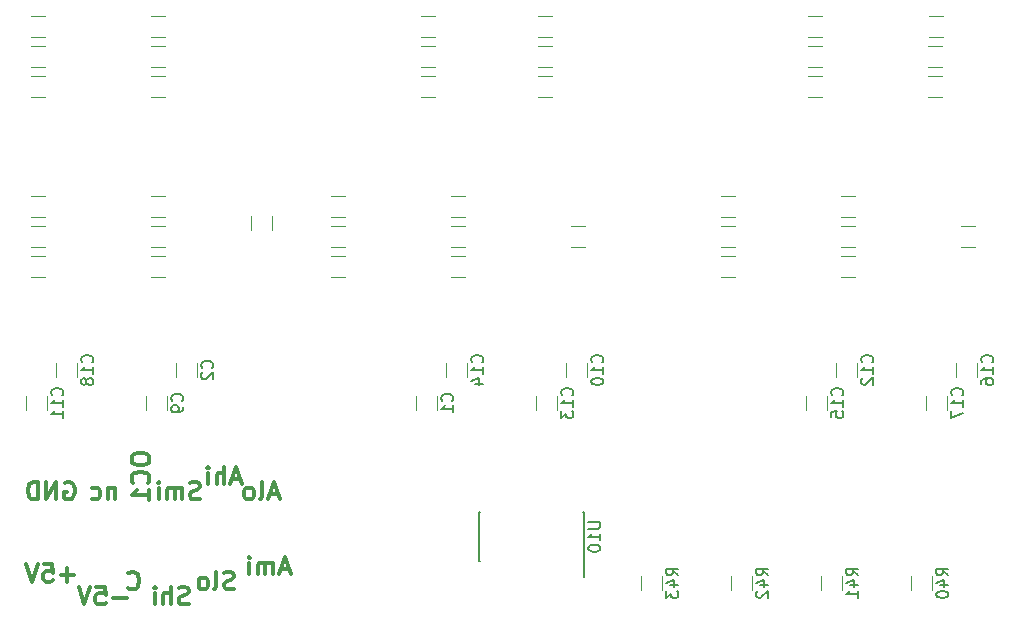
<source format=gbr>
G04 #@! TF.GenerationSoftware,KiCad,Pcbnew,5.0.2+dfsg1-1*
G04 #@! TF.CreationDate,2020-04-17T14:26:07+02:00*
G04 #@! TF.ProjectId,inc-dec,696e632d-6465-4632-9e6b-696361645f70,rev?*
G04 #@! TF.SameCoordinates,Original*
G04 #@! TF.FileFunction,Legend,Bot*
G04 #@! TF.FilePolarity,Positive*
%FSLAX46Y46*%
G04 Gerber Fmt 4.6, Leading zero omitted, Abs format (unit mm)*
G04 Created by KiCad (PCBNEW 5.0.2+dfsg1-1) date Fri 17 Apr 2020 02:26:07 PM CEST*
%MOMM*%
%LPD*%
G01*
G04 APERTURE LIST*
%ADD10C,0.300000*%
%ADD11C,0.120000*%
%ADD12C,0.150000*%
G04 APERTURE END LIST*
D10*
X31920714Y-67845714D02*
X31992142Y-67917142D01*
X32206428Y-67988571D01*
X32349285Y-67988571D01*
X32563571Y-67917142D01*
X32706428Y-67774285D01*
X32777857Y-67631428D01*
X32849285Y-67345714D01*
X32849285Y-67131428D01*
X32777857Y-66845714D01*
X32706428Y-66702857D01*
X32563571Y-66560000D01*
X32349285Y-66488571D01*
X32206428Y-66488571D01*
X31992142Y-66560000D01*
X31920714Y-66631428D01*
X32198571Y-56812857D02*
X32198571Y-57098571D01*
X32270000Y-57241428D01*
X32412857Y-57384285D01*
X32698571Y-57455714D01*
X33198571Y-57455714D01*
X33484285Y-57384285D01*
X33627142Y-57241428D01*
X33698571Y-57098571D01*
X33698571Y-56812857D01*
X33627142Y-56670000D01*
X33484285Y-56527142D01*
X33198571Y-56455714D01*
X32698571Y-56455714D01*
X32412857Y-56527142D01*
X32270000Y-56670000D01*
X32198571Y-56812857D01*
X33555714Y-58955714D02*
X33627142Y-58884285D01*
X33698571Y-58670000D01*
X33698571Y-58527142D01*
X33627142Y-58312857D01*
X33484285Y-58170000D01*
X33341428Y-58098571D01*
X33055714Y-58027142D01*
X32841428Y-58027142D01*
X32555714Y-58098571D01*
X32412857Y-58170000D01*
X32270000Y-58312857D01*
X32198571Y-58527142D01*
X32198571Y-58670000D01*
X32270000Y-58884285D01*
X32341428Y-58955714D01*
X33698571Y-60384285D02*
X33698571Y-59527142D01*
X33698571Y-59955714D02*
X32198571Y-59955714D01*
X32412857Y-59812857D01*
X32555714Y-59670000D01*
X32627142Y-59527142D01*
X30809285Y-59368571D02*
X30809285Y-60368571D01*
X30809285Y-59511428D02*
X30737857Y-59440000D01*
X30595000Y-59368571D01*
X30380714Y-59368571D01*
X30237857Y-59440000D01*
X30166428Y-59582857D01*
X30166428Y-60368571D01*
X28809285Y-60297142D02*
X28952142Y-60368571D01*
X29237857Y-60368571D01*
X29380714Y-60297142D01*
X29452142Y-60225714D01*
X29523571Y-60082857D01*
X29523571Y-59654285D01*
X29452142Y-59511428D01*
X29380714Y-59440000D01*
X29237857Y-59368571D01*
X28952142Y-59368571D01*
X28809285Y-59440000D01*
X37980714Y-60297142D02*
X37766428Y-60368571D01*
X37409285Y-60368571D01*
X37266428Y-60297142D01*
X37195000Y-60225714D01*
X37123571Y-60082857D01*
X37123571Y-59940000D01*
X37195000Y-59797142D01*
X37266428Y-59725714D01*
X37409285Y-59654285D01*
X37695000Y-59582857D01*
X37837857Y-59511428D01*
X37909285Y-59440000D01*
X37980714Y-59297142D01*
X37980714Y-59154285D01*
X37909285Y-59011428D01*
X37837857Y-58940000D01*
X37695000Y-58868571D01*
X37337857Y-58868571D01*
X37123571Y-58940000D01*
X36480714Y-60368571D02*
X36480714Y-59368571D01*
X36480714Y-59511428D02*
X36409285Y-59440000D01*
X36266428Y-59368571D01*
X36052142Y-59368571D01*
X35909285Y-59440000D01*
X35837857Y-59582857D01*
X35837857Y-60368571D01*
X35837857Y-59582857D02*
X35766428Y-59440000D01*
X35623571Y-59368571D01*
X35409285Y-59368571D01*
X35266428Y-59440000D01*
X35195000Y-59582857D01*
X35195000Y-60368571D01*
X34480714Y-60368571D02*
X34480714Y-59368571D01*
X34480714Y-58868571D02*
X34552142Y-58940000D01*
X34480714Y-59011428D01*
X34409285Y-58940000D01*
X34480714Y-58868571D01*
X34480714Y-59011428D01*
X37024285Y-69187142D02*
X36810000Y-69258571D01*
X36452857Y-69258571D01*
X36310000Y-69187142D01*
X36238571Y-69115714D01*
X36167142Y-68972857D01*
X36167142Y-68830000D01*
X36238571Y-68687142D01*
X36310000Y-68615714D01*
X36452857Y-68544285D01*
X36738571Y-68472857D01*
X36881428Y-68401428D01*
X36952857Y-68330000D01*
X37024285Y-68187142D01*
X37024285Y-68044285D01*
X36952857Y-67901428D01*
X36881428Y-67830000D01*
X36738571Y-67758571D01*
X36381428Y-67758571D01*
X36167142Y-67830000D01*
X35524285Y-69258571D02*
X35524285Y-67758571D01*
X34881428Y-69258571D02*
X34881428Y-68472857D01*
X34952857Y-68330000D01*
X35095714Y-68258571D01*
X35310000Y-68258571D01*
X35452857Y-68330000D01*
X35524285Y-68401428D01*
X34167142Y-69258571D02*
X34167142Y-68258571D01*
X34167142Y-67758571D02*
X34238571Y-67830000D01*
X34167142Y-67901428D01*
X34095714Y-67830000D01*
X34167142Y-67758571D01*
X34167142Y-67901428D01*
X40870000Y-67917142D02*
X40655714Y-67988571D01*
X40298571Y-67988571D01*
X40155714Y-67917142D01*
X40084285Y-67845714D01*
X40012857Y-67702857D01*
X40012857Y-67560000D01*
X40084285Y-67417142D01*
X40155714Y-67345714D01*
X40298571Y-67274285D01*
X40584285Y-67202857D01*
X40727142Y-67131428D01*
X40798571Y-67060000D01*
X40870000Y-66917142D01*
X40870000Y-66774285D01*
X40798571Y-66631428D01*
X40727142Y-66560000D01*
X40584285Y-66488571D01*
X40227142Y-66488571D01*
X40012857Y-66560000D01*
X39155714Y-67988571D02*
X39298571Y-67917142D01*
X39370000Y-67774285D01*
X39370000Y-66488571D01*
X38370000Y-67988571D02*
X38512857Y-67917142D01*
X38584285Y-67845714D01*
X38655714Y-67702857D01*
X38655714Y-67274285D01*
X38584285Y-67131428D01*
X38512857Y-67060000D01*
X38370000Y-66988571D01*
X38155714Y-66988571D01*
X38012857Y-67060000D01*
X37941428Y-67131428D01*
X37870000Y-67274285D01*
X37870000Y-67702857D01*
X37941428Y-67845714D01*
X38012857Y-67917142D01*
X38155714Y-67988571D01*
X38370000Y-67988571D01*
X45529285Y-66290000D02*
X44815000Y-66290000D01*
X45672142Y-66718571D02*
X45172142Y-65218571D01*
X44672142Y-66718571D01*
X44172142Y-66718571D02*
X44172142Y-65718571D01*
X44172142Y-65861428D02*
X44100714Y-65790000D01*
X43957857Y-65718571D01*
X43743571Y-65718571D01*
X43600714Y-65790000D01*
X43529285Y-65932857D01*
X43529285Y-66718571D01*
X43529285Y-65932857D02*
X43457857Y-65790000D01*
X43315000Y-65718571D01*
X43100714Y-65718571D01*
X42957857Y-65790000D01*
X42886428Y-65932857D01*
X42886428Y-66718571D01*
X42172142Y-66718571D02*
X42172142Y-65718571D01*
X42172142Y-65218571D02*
X42243571Y-65290000D01*
X42172142Y-65361428D01*
X42100714Y-65290000D01*
X42172142Y-65218571D01*
X42172142Y-65361428D01*
X41397857Y-58670000D02*
X40683571Y-58670000D01*
X41540714Y-59098571D02*
X41040714Y-57598571D01*
X40540714Y-59098571D01*
X40040714Y-59098571D02*
X40040714Y-57598571D01*
X39397857Y-59098571D02*
X39397857Y-58312857D01*
X39469285Y-58170000D01*
X39612142Y-58098571D01*
X39826428Y-58098571D01*
X39969285Y-58170000D01*
X40040714Y-58241428D01*
X38683571Y-59098571D02*
X38683571Y-58098571D01*
X38683571Y-57598571D02*
X38755000Y-57670000D01*
X38683571Y-57741428D01*
X38612142Y-57670000D01*
X38683571Y-57598571D01*
X38683571Y-57741428D01*
X44608571Y-59940000D02*
X43894285Y-59940000D01*
X44751428Y-60368571D02*
X44251428Y-58868571D01*
X43751428Y-60368571D01*
X43037142Y-60368571D02*
X43180000Y-60297142D01*
X43251428Y-60154285D01*
X43251428Y-58868571D01*
X42251428Y-60368571D02*
X42394285Y-60297142D01*
X42465714Y-60225714D01*
X42537142Y-60082857D01*
X42537142Y-59654285D01*
X42465714Y-59511428D01*
X42394285Y-59440000D01*
X42251428Y-59368571D01*
X42037142Y-59368571D01*
X41894285Y-59440000D01*
X41822857Y-59511428D01*
X41751428Y-59654285D01*
X41751428Y-60082857D01*
X41822857Y-60225714D01*
X41894285Y-60297142D01*
X42037142Y-60368571D01*
X42251428Y-60368571D01*
X31773571Y-68687142D02*
X30630714Y-68687142D01*
X29202142Y-67758571D02*
X29916428Y-67758571D01*
X29987857Y-68472857D01*
X29916428Y-68401428D01*
X29773571Y-68330000D01*
X29416428Y-68330000D01*
X29273571Y-68401428D01*
X29202142Y-68472857D01*
X29130714Y-68615714D01*
X29130714Y-68972857D01*
X29202142Y-69115714D01*
X29273571Y-69187142D01*
X29416428Y-69258571D01*
X29773571Y-69258571D01*
X29916428Y-69187142D01*
X29987857Y-69115714D01*
X28702142Y-67758571D02*
X28202142Y-69258571D01*
X27702142Y-67758571D01*
X27328571Y-66782142D02*
X26185714Y-66782142D01*
X26757142Y-67353571D02*
X26757142Y-66210714D01*
X24757142Y-65853571D02*
X25471428Y-65853571D01*
X25542857Y-66567857D01*
X25471428Y-66496428D01*
X25328571Y-66425000D01*
X24971428Y-66425000D01*
X24828571Y-66496428D01*
X24757142Y-66567857D01*
X24685714Y-66710714D01*
X24685714Y-67067857D01*
X24757142Y-67210714D01*
X24828571Y-67282142D01*
X24971428Y-67353571D01*
X25328571Y-67353571D01*
X25471428Y-67282142D01*
X25542857Y-67210714D01*
X24257142Y-65853571D02*
X23757142Y-67353571D01*
X23257142Y-65853571D01*
X26542857Y-58940000D02*
X26685714Y-58868571D01*
X26900000Y-58868571D01*
X27114285Y-58940000D01*
X27257142Y-59082857D01*
X27328571Y-59225714D01*
X27400000Y-59511428D01*
X27400000Y-59725714D01*
X27328571Y-60011428D01*
X27257142Y-60154285D01*
X27114285Y-60297142D01*
X26900000Y-60368571D01*
X26757142Y-60368571D01*
X26542857Y-60297142D01*
X26471428Y-60225714D01*
X26471428Y-59725714D01*
X26757142Y-59725714D01*
X25828571Y-60368571D02*
X25828571Y-58868571D01*
X24971428Y-60368571D01*
X24971428Y-58868571D01*
X24257142Y-60368571D02*
X24257142Y-58868571D01*
X23900000Y-58868571D01*
X23685714Y-58940000D01*
X23542857Y-59082857D01*
X23471428Y-59225714D01*
X23400000Y-59511428D01*
X23400000Y-59725714D01*
X23471428Y-60011428D01*
X23542857Y-60154285D01*
X23685714Y-60297142D01*
X23900000Y-60368571D01*
X24257142Y-60368571D01*
D11*
G04 #@! TO.C,R1*
X23657936Y-19410000D02*
X24862064Y-19410000D01*
X23657936Y-21230000D02*
X24862064Y-21230000D01*
G04 #@! TO.C,R2*
X23657936Y-23770000D02*
X24862064Y-23770000D01*
X23657936Y-21950000D02*
X24862064Y-21950000D01*
G04 #@! TO.C,R3*
X23657936Y-24490000D02*
X24862064Y-24490000D01*
X23657936Y-26310000D02*
X24862064Y-26310000D01*
G04 #@! TO.C,R4*
X23657936Y-36470000D02*
X24862064Y-36470000D01*
X23657936Y-34650000D02*
X24862064Y-34650000D01*
G04 #@! TO.C,R5*
X23657936Y-37190000D02*
X24862064Y-37190000D01*
X23657936Y-39010000D02*
X24862064Y-39010000D01*
G04 #@! TO.C,R6*
X23657936Y-41550000D02*
X24862064Y-41550000D01*
X23657936Y-39730000D02*
X24862064Y-39730000D01*
G04 #@! TO.C,R7*
X33817936Y-19410000D02*
X35022064Y-19410000D01*
X33817936Y-21230000D02*
X35022064Y-21230000D01*
G04 #@! TO.C,R8*
X33817936Y-23770000D02*
X35022064Y-23770000D01*
X33817936Y-21950000D02*
X35022064Y-21950000D01*
G04 #@! TO.C,R9*
X33817936Y-26310000D02*
X35022064Y-26310000D01*
X33817936Y-24490000D02*
X35022064Y-24490000D01*
G04 #@! TO.C,R10*
X33817936Y-34650000D02*
X35022064Y-34650000D01*
X33817936Y-36470000D02*
X35022064Y-36470000D01*
G04 #@! TO.C,R11*
X33817936Y-39010000D02*
X35022064Y-39010000D01*
X33817936Y-37190000D02*
X35022064Y-37190000D01*
G04 #@! TO.C,R12*
X33817936Y-39730000D02*
X35022064Y-39730000D01*
X33817936Y-41550000D02*
X35022064Y-41550000D01*
G04 #@! TO.C,R13*
X44090000Y-37562064D02*
X44090000Y-36357936D01*
X42270000Y-37562064D02*
X42270000Y-36357936D01*
G04 #@! TO.C,R14*
X56677936Y-19410000D02*
X57882064Y-19410000D01*
X56677936Y-21230000D02*
X57882064Y-21230000D01*
G04 #@! TO.C,R15*
X56677936Y-23770000D02*
X57882064Y-23770000D01*
X56677936Y-21950000D02*
X57882064Y-21950000D01*
G04 #@! TO.C,R16*
X56677936Y-24490000D02*
X57882064Y-24490000D01*
X56677936Y-26310000D02*
X57882064Y-26310000D01*
G04 #@! TO.C,R17*
X50262064Y-36470000D02*
X49057936Y-36470000D01*
X50262064Y-34650000D02*
X49057936Y-34650000D01*
G04 #@! TO.C,R18*
X50262064Y-37190000D02*
X49057936Y-37190000D01*
X50262064Y-39010000D02*
X49057936Y-39010000D01*
G04 #@! TO.C,R19*
X50262064Y-41550000D02*
X49057936Y-41550000D01*
X50262064Y-39730000D02*
X49057936Y-39730000D01*
G04 #@! TO.C,R20*
X66577936Y-21230000D02*
X67782064Y-21230000D01*
X66577936Y-19410000D02*
X67782064Y-19410000D01*
G04 #@! TO.C,R21*
X66577936Y-21950000D02*
X67782064Y-21950000D01*
X66577936Y-23770000D02*
X67782064Y-23770000D01*
G04 #@! TO.C,R22*
X66577936Y-26310000D02*
X67782064Y-26310000D01*
X66577936Y-24490000D02*
X67782064Y-24490000D01*
G04 #@! TO.C,R23*
X60422064Y-36470000D02*
X59217936Y-36470000D01*
X60422064Y-34650000D02*
X59217936Y-34650000D01*
G04 #@! TO.C,R24*
X60422064Y-37190000D02*
X59217936Y-37190000D01*
X60422064Y-39010000D02*
X59217936Y-39010000D01*
G04 #@! TO.C,R25*
X60422064Y-41550000D02*
X59217936Y-41550000D01*
X60422064Y-39730000D02*
X59217936Y-39730000D01*
G04 #@! TO.C,R26*
X70582064Y-37190000D02*
X69377936Y-37190000D01*
X70582064Y-39010000D02*
X69377936Y-39010000D01*
G04 #@! TO.C,R27*
X89437936Y-21230000D02*
X90642064Y-21230000D01*
X89437936Y-19410000D02*
X90642064Y-19410000D01*
G04 #@! TO.C,R28*
X89437936Y-21950000D02*
X90642064Y-21950000D01*
X89437936Y-23770000D02*
X90642064Y-23770000D01*
G04 #@! TO.C,R29*
X89437936Y-26310000D02*
X90642064Y-26310000D01*
X89437936Y-24490000D02*
X90642064Y-24490000D01*
G04 #@! TO.C,R30*
X83282064Y-36470000D02*
X82077936Y-36470000D01*
X83282064Y-34650000D02*
X82077936Y-34650000D01*
G04 #@! TO.C,R31*
X83282064Y-37190000D02*
X82077936Y-37190000D01*
X83282064Y-39010000D02*
X82077936Y-39010000D01*
G04 #@! TO.C,R32*
X83282064Y-41550000D02*
X82077936Y-41550000D01*
X83282064Y-39730000D02*
X82077936Y-39730000D01*
G04 #@! TO.C,R33*
X99727936Y-21230000D02*
X100932064Y-21230000D01*
X99727936Y-19410000D02*
X100932064Y-19410000D01*
G04 #@! TO.C,R34*
X99597936Y-21950000D02*
X100802064Y-21950000D01*
X99597936Y-23770000D02*
X100802064Y-23770000D01*
G04 #@! TO.C,R35*
X99597936Y-24490000D02*
X100802064Y-24490000D01*
X99597936Y-26310000D02*
X100802064Y-26310000D01*
G04 #@! TO.C,R36*
X93442064Y-34650000D02*
X92237936Y-34650000D01*
X93442064Y-36470000D02*
X92237936Y-36470000D01*
G04 #@! TO.C,R37*
X93442064Y-37190000D02*
X92237936Y-37190000D01*
X93442064Y-39010000D02*
X92237936Y-39010000D01*
G04 #@! TO.C,R38*
X93442064Y-39730000D02*
X92237936Y-39730000D01*
X93442064Y-41550000D02*
X92237936Y-41550000D01*
G04 #@! TO.C,R39*
X103602064Y-39010000D02*
X102397936Y-39010000D01*
X103602064Y-37190000D02*
X102397936Y-37190000D01*
G04 #@! TO.C,R40*
X99970000Y-68042064D02*
X99970000Y-66837936D01*
X98150000Y-68042064D02*
X98150000Y-66837936D01*
G04 #@! TO.C,R41*
X90530000Y-68042064D02*
X90530000Y-66837936D01*
X92350000Y-68042064D02*
X92350000Y-66837936D01*
G04 #@! TO.C,R42*
X84730000Y-68042064D02*
X84730000Y-66837936D01*
X82910000Y-68042064D02*
X82910000Y-66837936D01*
G04 #@! TO.C,R43*
X75290000Y-68042064D02*
X75290000Y-66837936D01*
X77110000Y-68042064D02*
X77110000Y-66837936D01*
G04 #@! TO.C,C1*
X56240000Y-52802064D02*
X56240000Y-51597936D01*
X58060000Y-52802064D02*
X58060000Y-51597936D01*
G04 #@! TO.C,C2*
X37740000Y-50002064D02*
X37740000Y-48797936D01*
X35920000Y-50002064D02*
X35920000Y-48797936D01*
G04 #@! TO.C,C9*
X33380000Y-52802064D02*
X33380000Y-51597936D01*
X35200000Y-52802064D02*
X35200000Y-51597936D01*
G04 #@! TO.C,C10*
X70760000Y-50002064D02*
X70760000Y-48797936D01*
X68940000Y-50002064D02*
X68940000Y-48797936D01*
G04 #@! TO.C,C11*
X25040000Y-52802064D02*
X25040000Y-51597936D01*
X23220000Y-52802064D02*
X23220000Y-51597936D01*
G04 #@! TO.C,C12*
X93620000Y-50002064D02*
X93620000Y-48797936D01*
X91800000Y-50002064D02*
X91800000Y-48797936D01*
G04 #@! TO.C,C13*
X66400000Y-52802064D02*
X66400000Y-51597936D01*
X68220000Y-52802064D02*
X68220000Y-51597936D01*
G04 #@! TO.C,C14*
X58780000Y-50002064D02*
X58780000Y-48797936D01*
X60600000Y-50002064D02*
X60600000Y-48797936D01*
G04 #@! TO.C,C15*
X91080000Y-52802064D02*
X91080000Y-51597936D01*
X89260000Y-52802064D02*
X89260000Y-51597936D01*
G04 #@! TO.C,C16*
X101960000Y-50002064D02*
X101960000Y-48797936D01*
X103780000Y-50002064D02*
X103780000Y-48797936D01*
G04 #@! TO.C,C17*
X99420000Y-52802064D02*
X99420000Y-51597936D01*
X101240000Y-52802064D02*
X101240000Y-51597936D01*
G04 #@! TO.C,C18*
X27580000Y-50002064D02*
X27580000Y-48797936D01*
X25760000Y-50002064D02*
X25760000Y-48797936D01*
D12*
G04 #@! TO.C,U10*
X70490000Y-65575000D02*
X70465000Y-65575000D01*
X70490000Y-61425000D02*
X70375000Y-61425000D01*
X61590000Y-61425000D02*
X61705000Y-61425000D01*
X61590000Y-65575000D02*
X61705000Y-65575000D01*
X70490000Y-65575000D02*
X70490000Y-61425000D01*
X61590000Y-65575000D02*
X61590000Y-61425000D01*
X70465000Y-65575000D02*
X70465000Y-66950000D01*
G04 #@! TO.C,R40*
X101332380Y-66797142D02*
X100856190Y-66463809D01*
X101332380Y-66225714D02*
X100332380Y-66225714D01*
X100332380Y-66606666D01*
X100380000Y-66701904D01*
X100427619Y-66749523D01*
X100522857Y-66797142D01*
X100665714Y-66797142D01*
X100760952Y-66749523D01*
X100808571Y-66701904D01*
X100856190Y-66606666D01*
X100856190Y-66225714D01*
X100665714Y-67654285D02*
X101332380Y-67654285D01*
X100284761Y-67416190D02*
X100999047Y-67178095D01*
X100999047Y-67797142D01*
X100332380Y-68368571D02*
X100332380Y-68463809D01*
X100380000Y-68559047D01*
X100427619Y-68606666D01*
X100522857Y-68654285D01*
X100713333Y-68701904D01*
X100951428Y-68701904D01*
X101141904Y-68654285D01*
X101237142Y-68606666D01*
X101284761Y-68559047D01*
X101332380Y-68463809D01*
X101332380Y-68368571D01*
X101284761Y-68273333D01*
X101237142Y-68225714D01*
X101141904Y-68178095D01*
X100951428Y-68130476D01*
X100713333Y-68130476D01*
X100522857Y-68178095D01*
X100427619Y-68225714D01*
X100380000Y-68273333D01*
X100332380Y-68368571D01*
G04 #@! TO.C,R41*
X93712380Y-66797142D02*
X93236190Y-66463809D01*
X93712380Y-66225714D02*
X92712380Y-66225714D01*
X92712380Y-66606666D01*
X92760000Y-66701904D01*
X92807619Y-66749523D01*
X92902857Y-66797142D01*
X93045714Y-66797142D01*
X93140952Y-66749523D01*
X93188571Y-66701904D01*
X93236190Y-66606666D01*
X93236190Y-66225714D01*
X93045714Y-67654285D02*
X93712380Y-67654285D01*
X92664761Y-67416190D02*
X93379047Y-67178095D01*
X93379047Y-67797142D01*
X93712380Y-68701904D02*
X93712380Y-68130476D01*
X93712380Y-68416190D02*
X92712380Y-68416190D01*
X92855238Y-68320952D01*
X92950476Y-68225714D01*
X92998095Y-68130476D01*
G04 #@! TO.C,R42*
X86092380Y-66797142D02*
X85616190Y-66463809D01*
X86092380Y-66225714D02*
X85092380Y-66225714D01*
X85092380Y-66606666D01*
X85140000Y-66701904D01*
X85187619Y-66749523D01*
X85282857Y-66797142D01*
X85425714Y-66797142D01*
X85520952Y-66749523D01*
X85568571Y-66701904D01*
X85616190Y-66606666D01*
X85616190Y-66225714D01*
X85425714Y-67654285D02*
X86092380Y-67654285D01*
X85044761Y-67416190D02*
X85759047Y-67178095D01*
X85759047Y-67797142D01*
X85187619Y-68130476D02*
X85140000Y-68178095D01*
X85092380Y-68273333D01*
X85092380Y-68511428D01*
X85140000Y-68606666D01*
X85187619Y-68654285D01*
X85282857Y-68701904D01*
X85378095Y-68701904D01*
X85520952Y-68654285D01*
X86092380Y-68082857D01*
X86092380Y-68701904D01*
G04 #@! TO.C,R43*
X78472380Y-66797142D02*
X77996190Y-66463809D01*
X78472380Y-66225714D02*
X77472380Y-66225714D01*
X77472380Y-66606666D01*
X77520000Y-66701904D01*
X77567619Y-66749523D01*
X77662857Y-66797142D01*
X77805714Y-66797142D01*
X77900952Y-66749523D01*
X77948571Y-66701904D01*
X77996190Y-66606666D01*
X77996190Y-66225714D01*
X77805714Y-67654285D02*
X78472380Y-67654285D01*
X77424761Y-67416190D02*
X78139047Y-67178095D01*
X78139047Y-67797142D01*
X77472380Y-68082857D02*
X77472380Y-68701904D01*
X77853333Y-68368571D01*
X77853333Y-68511428D01*
X77900952Y-68606666D01*
X77948571Y-68654285D01*
X78043809Y-68701904D01*
X78281904Y-68701904D01*
X78377142Y-68654285D01*
X78424761Y-68606666D01*
X78472380Y-68511428D01*
X78472380Y-68225714D01*
X78424761Y-68130476D01*
X78377142Y-68082857D01*
G04 #@! TO.C,C1*
X59327142Y-52033333D02*
X59374761Y-51985714D01*
X59422380Y-51842857D01*
X59422380Y-51747619D01*
X59374761Y-51604761D01*
X59279523Y-51509523D01*
X59184285Y-51461904D01*
X58993809Y-51414285D01*
X58850952Y-51414285D01*
X58660476Y-51461904D01*
X58565238Y-51509523D01*
X58470000Y-51604761D01*
X58422380Y-51747619D01*
X58422380Y-51842857D01*
X58470000Y-51985714D01*
X58517619Y-52033333D01*
X59422380Y-52985714D02*
X59422380Y-52414285D01*
X59422380Y-52700000D02*
X58422380Y-52700000D01*
X58565238Y-52604761D01*
X58660476Y-52509523D01*
X58708095Y-52414285D01*
G04 #@! TO.C,C2*
X39007142Y-49233333D02*
X39054761Y-49185714D01*
X39102380Y-49042857D01*
X39102380Y-48947619D01*
X39054761Y-48804761D01*
X38959523Y-48709523D01*
X38864285Y-48661904D01*
X38673809Y-48614285D01*
X38530952Y-48614285D01*
X38340476Y-48661904D01*
X38245238Y-48709523D01*
X38150000Y-48804761D01*
X38102380Y-48947619D01*
X38102380Y-49042857D01*
X38150000Y-49185714D01*
X38197619Y-49233333D01*
X38197619Y-49614285D02*
X38150000Y-49661904D01*
X38102380Y-49757142D01*
X38102380Y-49995238D01*
X38150000Y-50090476D01*
X38197619Y-50138095D01*
X38292857Y-50185714D01*
X38388095Y-50185714D01*
X38530952Y-50138095D01*
X39102380Y-49566666D01*
X39102380Y-50185714D01*
G04 #@! TO.C,C9*
X36467142Y-52033333D02*
X36514761Y-51985714D01*
X36562380Y-51842857D01*
X36562380Y-51747619D01*
X36514761Y-51604761D01*
X36419523Y-51509523D01*
X36324285Y-51461904D01*
X36133809Y-51414285D01*
X35990952Y-51414285D01*
X35800476Y-51461904D01*
X35705238Y-51509523D01*
X35610000Y-51604761D01*
X35562380Y-51747619D01*
X35562380Y-51842857D01*
X35610000Y-51985714D01*
X35657619Y-52033333D01*
X36562380Y-52509523D02*
X36562380Y-52700000D01*
X36514761Y-52795238D01*
X36467142Y-52842857D01*
X36324285Y-52938095D01*
X36133809Y-52985714D01*
X35752857Y-52985714D01*
X35657619Y-52938095D01*
X35610000Y-52890476D01*
X35562380Y-52795238D01*
X35562380Y-52604761D01*
X35610000Y-52509523D01*
X35657619Y-52461904D01*
X35752857Y-52414285D01*
X35990952Y-52414285D01*
X36086190Y-52461904D01*
X36133809Y-52509523D01*
X36181428Y-52604761D01*
X36181428Y-52795238D01*
X36133809Y-52890476D01*
X36086190Y-52938095D01*
X35990952Y-52985714D01*
G04 #@! TO.C,C10*
X72027142Y-48757142D02*
X72074761Y-48709523D01*
X72122380Y-48566666D01*
X72122380Y-48471428D01*
X72074761Y-48328571D01*
X71979523Y-48233333D01*
X71884285Y-48185714D01*
X71693809Y-48138095D01*
X71550952Y-48138095D01*
X71360476Y-48185714D01*
X71265238Y-48233333D01*
X71170000Y-48328571D01*
X71122380Y-48471428D01*
X71122380Y-48566666D01*
X71170000Y-48709523D01*
X71217619Y-48757142D01*
X72122380Y-49709523D02*
X72122380Y-49138095D01*
X72122380Y-49423809D02*
X71122380Y-49423809D01*
X71265238Y-49328571D01*
X71360476Y-49233333D01*
X71408095Y-49138095D01*
X71122380Y-50328571D02*
X71122380Y-50423809D01*
X71170000Y-50519047D01*
X71217619Y-50566666D01*
X71312857Y-50614285D01*
X71503333Y-50661904D01*
X71741428Y-50661904D01*
X71931904Y-50614285D01*
X72027142Y-50566666D01*
X72074761Y-50519047D01*
X72122380Y-50423809D01*
X72122380Y-50328571D01*
X72074761Y-50233333D01*
X72027142Y-50185714D01*
X71931904Y-50138095D01*
X71741428Y-50090476D01*
X71503333Y-50090476D01*
X71312857Y-50138095D01*
X71217619Y-50185714D01*
X71170000Y-50233333D01*
X71122380Y-50328571D01*
G04 #@! TO.C,C11*
X26307142Y-51557142D02*
X26354761Y-51509523D01*
X26402380Y-51366666D01*
X26402380Y-51271428D01*
X26354761Y-51128571D01*
X26259523Y-51033333D01*
X26164285Y-50985714D01*
X25973809Y-50938095D01*
X25830952Y-50938095D01*
X25640476Y-50985714D01*
X25545238Y-51033333D01*
X25450000Y-51128571D01*
X25402380Y-51271428D01*
X25402380Y-51366666D01*
X25450000Y-51509523D01*
X25497619Y-51557142D01*
X26402380Y-52509523D02*
X26402380Y-51938095D01*
X26402380Y-52223809D02*
X25402380Y-52223809D01*
X25545238Y-52128571D01*
X25640476Y-52033333D01*
X25688095Y-51938095D01*
X26402380Y-53461904D02*
X26402380Y-52890476D01*
X26402380Y-53176190D02*
X25402380Y-53176190D01*
X25545238Y-53080952D01*
X25640476Y-52985714D01*
X25688095Y-52890476D01*
G04 #@! TO.C,C12*
X94887142Y-48757142D02*
X94934761Y-48709523D01*
X94982380Y-48566666D01*
X94982380Y-48471428D01*
X94934761Y-48328571D01*
X94839523Y-48233333D01*
X94744285Y-48185714D01*
X94553809Y-48138095D01*
X94410952Y-48138095D01*
X94220476Y-48185714D01*
X94125238Y-48233333D01*
X94030000Y-48328571D01*
X93982380Y-48471428D01*
X93982380Y-48566666D01*
X94030000Y-48709523D01*
X94077619Y-48757142D01*
X94982380Y-49709523D02*
X94982380Y-49138095D01*
X94982380Y-49423809D02*
X93982380Y-49423809D01*
X94125238Y-49328571D01*
X94220476Y-49233333D01*
X94268095Y-49138095D01*
X94077619Y-50090476D02*
X94030000Y-50138095D01*
X93982380Y-50233333D01*
X93982380Y-50471428D01*
X94030000Y-50566666D01*
X94077619Y-50614285D01*
X94172857Y-50661904D01*
X94268095Y-50661904D01*
X94410952Y-50614285D01*
X94982380Y-50042857D01*
X94982380Y-50661904D01*
G04 #@! TO.C,C13*
X69487142Y-51557142D02*
X69534761Y-51509523D01*
X69582380Y-51366666D01*
X69582380Y-51271428D01*
X69534761Y-51128571D01*
X69439523Y-51033333D01*
X69344285Y-50985714D01*
X69153809Y-50938095D01*
X69010952Y-50938095D01*
X68820476Y-50985714D01*
X68725238Y-51033333D01*
X68630000Y-51128571D01*
X68582380Y-51271428D01*
X68582380Y-51366666D01*
X68630000Y-51509523D01*
X68677619Y-51557142D01*
X69582380Y-52509523D02*
X69582380Y-51938095D01*
X69582380Y-52223809D02*
X68582380Y-52223809D01*
X68725238Y-52128571D01*
X68820476Y-52033333D01*
X68868095Y-51938095D01*
X68582380Y-52842857D02*
X68582380Y-53461904D01*
X68963333Y-53128571D01*
X68963333Y-53271428D01*
X69010952Y-53366666D01*
X69058571Y-53414285D01*
X69153809Y-53461904D01*
X69391904Y-53461904D01*
X69487142Y-53414285D01*
X69534761Y-53366666D01*
X69582380Y-53271428D01*
X69582380Y-52985714D01*
X69534761Y-52890476D01*
X69487142Y-52842857D01*
G04 #@! TO.C,C14*
X61867142Y-48757142D02*
X61914761Y-48709523D01*
X61962380Y-48566666D01*
X61962380Y-48471428D01*
X61914761Y-48328571D01*
X61819523Y-48233333D01*
X61724285Y-48185714D01*
X61533809Y-48138095D01*
X61390952Y-48138095D01*
X61200476Y-48185714D01*
X61105238Y-48233333D01*
X61010000Y-48328571D01*
X60962380Y-48471428D01*
X60962380Y-48566666D01*
X61010000Y-48709523D01*
X61057619Y-48757142D01*
X61962380Y-49709523D02*
X61962380Y-49138095D01*
X61962380Y-49423809D02*
X60962380Y-49423809D01*
X61105238Y-49328571D01*
X61200476Y-49233333D01*
X61248095Y-49138095D01*
X61295714Y-50566666D02*
X61962380Y-50566666D01*
X60914761Y-50328571D02*
X61629047Y-50090476D01*
X61629047Y-50709523D01*
G04 #@! TO.C,C15*
X92347142Y-51557142D02*
X92394761Y-51509523D01*
X92442380Y-51366666D01*
X92442380Y-51271428D01*
X92394761Y-51128571D01*
X92299523Y-51033333D01*
X92204285Y-50985714D01*
X92013809Y-50938095D01*
X91870952Y-50938095D01*
X91680476Y-50985714D01*
X91585238Y-51033333D01*
X91490000Y-51128571D01*
X91442380Y-51271428D01*
X91442380Y-51366666D01*
X91490000Y-51509523D01*
X91537619Y-51557142D01*
X92442380Y-52509523D02*
X92442380Y-51938095D01*
X92442380Y-52223809D02*
X91442380Y-52223809D01*
X91585238Y-52128571D01*
X91680476Y-52033333D01*
X91728095Y-51938095D01*
X91442380Y-53414285D02*
X91442380Y-52938095D01*
X91918571Y-52890476D01*
X91870952Y-52938095D01*
X91823333Y-53033333D01*
X91823333Y-53271428D01*
X91870952Y-53366666D01*
X91918571Y-53414285D01*
X92013809Y-53461904D01*
X92251904Y-53461904D01*
X92347142Y-53414285D01*
X92394761Y-53366666D01*
X92442380Y-53271428D01*
X92442380Y-53033333D01*
X92394761Y-52938095D01*
X92347142Y-52890476D01*
G04 #@! TO.C,C16*
X105047142Y-48757142D02*
X105094761Y-48709523D01*
X105142380Y-48566666D01*
X105142380Y-48471428D01*
X105094761Y-48328571D01*
X104999523Y-48233333D01*
X104904285Y-48185714D01*
X104713809Y-48138095D01*
X104570952Y-48138095D01*
X104380476Y-48185714D01*
X104285238Y-48233333D01*
X104190000Y-48328571D01*
X104142380Y-48471428D01*
X104142380Y-48566666D01*
X104190000Y-48709523D01*
X104237619Y-48757142D01*
X105142380Y-49709523D02*
X105142380Y-49138095D01*
X105142380Y-49423809D02*
X104142380Y-49423809D01*
X104285238Y-49328571D01*
X104380476Y-49233333D01*
X104428095Y-49138095D01*
X104142380Y-50566666D02*
X104142380Y-50376190D01*
X104190000Y-50280952D01*
X104237619Y-50233333D01*
X104380476Y-50138095D01*
X104570952Y-50090476D01*
X104951904Y-50090476D01*
X105047142Y-50138095D01*
X105094761Y-50185714D01*
X105142380Y-50280952D01*
X105142380Y-50471428D01*
X105094761Y-50566666D01*
X105047142Y-50614285D01*
X104951904Y-50661904D01*
X104713809Y-50661904D01*
X104618571Y-50614285D01*
X104570952Y-50566666D01*
X104523333Y-50471428D01*
X104523333Y-50280952D01*
X104570952Y-50185714D01*
X104618571Y-50138095D01*
X104713809Y-50090476D01*
G04 #@! TO.C,C17*
X102507142Y-51557142D02*
X102554761Y-51509523D01*
X102602380Y-51366666D01*
X102602380Y-51271428D01*
X102554761Y-51128571D01*
X102459523Y-51033333D01*
X102364285Y-50985714D01*
X102173809Y-50938095D01*
X102030952Y-50938095D01*
X101840476Y-50985714D01*
X101745238Y-51033333D01*
X101650000Y-51128571D01*
X101602380Y-51271428D01*
X101602380Y-51366666D01*
X101650000Y-51509523D01*
X101697619Y-51557142D01*
X102602380Y-52509523D02*
X102602380Y-51938095D01*
X102602380Y-52223809D02*
X101602380Y-52223809D01*
X101745238Y-52128571D01*
X101840476Y-52033333D01*
X101888095Y-51938095D01*
X101602380Y-52842857D02*
X101602380Y-53509523D01*
X102602380Y-53080952D01*
G04 #@! TO.C,C18*
X28847142Y-48757142D02*
X28894761Y-48709523D01*
X28942380Y-48566666D01*
X28942380Y-48471428D01*
X28894761Y-48328571D01*
X28799523Y-48233333D01*
X28704285Y-48185714D01*
X28513809Y-48138095D01*
X28370952Y-48138095D01*
X28180476Y-48185714D01*
X28085238Y-48233333D01*
X27990000Y-48328571D01*
X27942380Y-48471428D01*
X27942380Y-48566666D01*
X27990000Y-48709523D01*
X28037619Y-48757142D01*
X28942380Y-49709523D02*
X28942380Y-49138095D01*
X28942380Y-49423809D02*
X27942380Y-49423809D01*
X28085238Y-49328571D01*
X28180476Y-49233333D01*
X28228095Y-49138095D01*
X28370952Y-50280952D02*
X28323333Y-50185714D01*
X28275714Y-50138095D01*
X28180476Y-50090476D01*
X28132857Y-50090476D01*
X28037619Y-50138095D01*
X27990000Y-50185714D01*
X27942380Y-50280952D01*
X27942380Y-50471428D01*
X27990000Y-50566666D01*
X28037619Y-50614285D01*
X28132857Y-50661904D01*
X28180476Y-50661904D01*
X28275714Y-50614285D01*
X28323333Y-50566666D01*
X28370952Y-50471428D01*
X28370952Y-50280952D01*
X28418571Y-50185714D01*
X28466190Y-50138095D01*
X28561428Y-50090476D01*
X28751904Y-50090476D01*
X28847142Y-50138095D01*
X28894761Y-50185714D01*
X28942380Y-50280952D01*
X28942380Y-50471428D01*
X28894761Y-50566666D01*
X28847142Y-50614285D01*
X28751904Y-50661904D01*
X28561428Y-50661904D01*
X28466190Y-50614285D01*
X28418571Y-50566666D01*
X28370952Y-50471428D01*
G04 #@! TO.C,U10*
X70867380Y-62261904D02*
X71676904Y-62261904D01*
X71772142Y-62309523D01*
X71819761Y-62357142D01*
X71867380Y-62452380D01*
X71867380Y-62642857D01*
X71819761Y-62738095D01*
X71772142Y-62785714D01*
X71676904Y-62833333D01*
X70867380Y-62833333D01*
X71867380Y-63833333D02*
X71867380Y-63261904D01*
X71867380Y-63547619D02*
X70867380Y-63547619D01*
X71010238Y-63452380D01*
X71105476Y-63357142D01*
X71153095Y-63261904D01*
X70867380Y-64452380D02*
X70867380Y-64547619D01*
X70915000Y-64642857D01*
X70962619Y-64690476D01*
X71057857Y-64738095D01*
X71248333Y-64785714D01*
X71486428Y-64785714D01*
X71676904Y-64738095D01*
X71772142Y-64690476D01*
X71819761Y-64642857D01*
X71867380Y-64547619D01*
X71867380Y-64452380D01*
X71819761Y-64357142D01*
X71772142Y-64309523D01*
X71676904Y-64261904D01*
X71486428Y-64214285D01*
X71248333Y-64214285D01*
X71057857Y-64261904D01*
X70962619Y-64309523D01*
X70915000Y-64357142D01*
X70867380Y-64452380D01*
G04 #@! TD*
M02*

</source>
